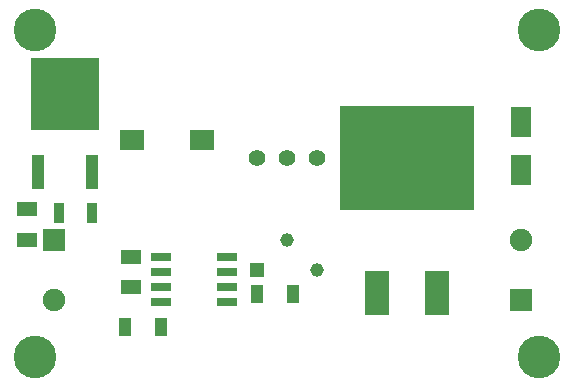
<source format=gbs>
G04*
G04 #@! TF.GenerationSoftware,Altium Limited,Altium Designer,25.1.2 (22)*
G04*
G04 Layer_Color=16711935*
%FSLAX25Y25*%
%MOIN*%
G70*
G04*
G04 #@! TF.SameCoordinates,A6D80DD8-A6EF-48C5-BEAB-CD18D09DD35D*
G04*
G04*
G04 #@! TF.FilePolarity,Negative*
G04*
G01*
G75*
%ADD15C,0.07487*%
%ADD16R,0.07487X0.07487*%
%ADD17C,0.05518*%
%ADD18R,0.04528X0.04528*%
%ADD19C,0.04528*%
%ADD20C,0.14179*%
%ADD28R,0.03740X0.06693*%
%ADD29R,0.03937X0.06299*%
%ADD31R,0.08189X0.15000*%
%ADD36R,0.45000X0.35000*%
%ADD37R,0.06693X0.09843*%
%ADD41R,0.07093X0.04731*%
G04:AMPARAMS|DCode=42|XSize=29.59mil|YSize=68.96mil|CornerRadius=3.92mil|HoleSize=0mil|Usage=FLASHONLY|Rotation=90.000|XOffset=0mil|YOffset=0mil|HoleType=Round|Shape=RoundedRectangle|*
%AMROUNDEDRECTD42*
21,1,0.02959,0.06112,0,0,90.0*
21,1,0.02175,0.06896,0,0,90.0*
1,1,0.00784,0.03056,0.01088*
1,1,0.00784,0.03056,-0.01088*
1,1,0.00784,-0.03056,-0.01088*
1,1,0.00784,-0.03056,0.01088*
%
%ADD42ROUNDEDRECTD42*%
%ADD43R,0.22565X0.24376*%
%ADD44R,0.04219X0.11542*%
%ADD45R,0.08274X0.07093*%
%ADD46R,0.07093X0.04534*%
D15*
X232500Y385000D02*
D03*
X388000Y405000D02*
D03*
D16*
X232500D02*
D03*
X388000Y385000D02*
D03*
D17*
X310000Y432500D02*
D03*
X320000D02*
D03*
X300000D02*
D03*
D18*
Y395138D02*
D03*
D19*
X310000Y405138D02*
D03*
X320000Y395138D02*
D03*
D20*
X394000Y366000D02*
D03*
X226000Y475000D02*
D03*
Y366000D02*
D03*
X394000Y475000D02*
D03*
D28*
X233988Y414000D02*
D03*
X245012D02*
D03*
D29*
X311906Y387000D02*
D03*
X256095Y376000D02*
D03*
X300095Y387000D02*
D03*
X267905Y376000D02*
D03*
D31*
X340000Y387500D02*
D03*
X360000D02*
D03*
D36*
X350000Y432500D02*
D03*
D37*
X388000Y444374D02*
D03*
Y428626D02*
D03*
D41*
X223500Y405264D02*
D03*
Y415500D02*
D03*
D42*
X290122Y399500D02*
D03*
X267878D02*
D03*
X290122Y389500D02*
D03*
X267878Y384500D02*
D03*
Y389500D02*
D03*
X290122Y384500D02*
D03*
Y394500D02*
D03*
X267878D02*
D03*
D43*
X236000Y453882D02*
D03*
D44*
X226984Y427701D02*
D03*
X245016D02*
D03*
D45*
X258189Y438500D02*
D03*
X281811D02*
D03*
D46*
X258000Y399520D02*
D03*
Y389480D02*
D03*
M02*

</source>
